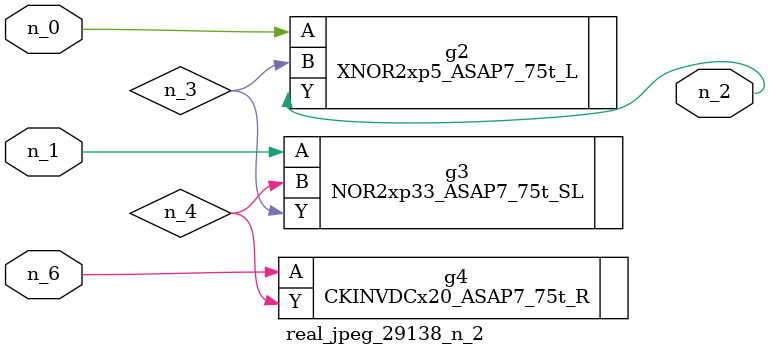
<source format=v>
module real_jpeg_29138_n_2 (n_6, n_1, n_0, n_2);

input n_6;
input n_1;
input n_0;

output n_2;

wire n_4;
wire n_3;

XNOR2xp5_ASAP7_75t_L g2 ( 
.A(n_0),
.B(n_3),
.Y(n_2)
);

NOR2xp33_ASAP7_75t_SL g3 ( 
.A(n_1),
.B(n_4),
.Y(n_3)
);

CKINVDCx20_ASAP7_75t_R g4 ( 
.A(n_6),
.Y(n_4)
);


endmodule
</source>
